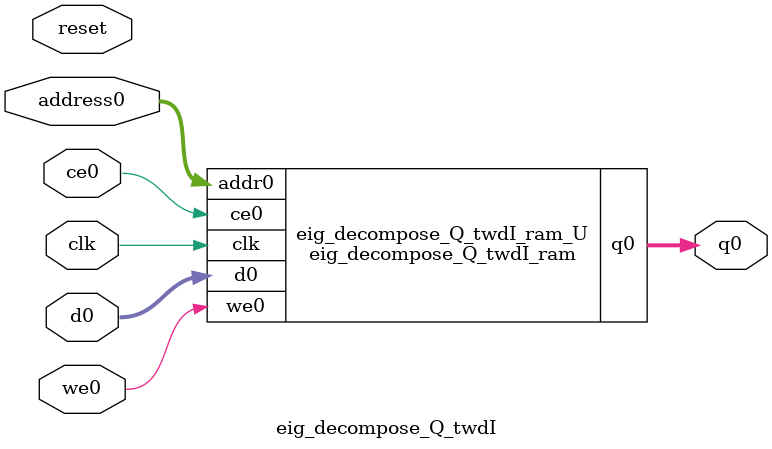
<source format=v>
`timescale 1 ns / 1 ps
module eig_decompose_Q_twdI_ram (addr0, ce0, d0, we0, q0,  clk);

parameter DWIDTH = 32;
parameter AWIDTH = 4;
parameter MEM_SIZE = 16;

input[AWIDTH-1:0] addr0;
input ce0;
input[DWIDTH-1:0] d0;
input we0;
output reg[DWIDTH-1:0] q0;
input clk;

(* ram_style = "distributed" *)reg [DWIDTH-1:0] ram[0:MEM_SIZE-1];




always @(posedge clk)  
begin 
    if (ce0) 
    begin
        if (we0) 
        begin 
            ram[addr0] <= d0; 
        end 
        q0 <= ram[addr0];
    end
end


endmodule

`timescale 1 ns / 1 ps
module eig_decompose_Q_twdI(
    reset,
    clk,
    address0,
    ce0,
    we0,
    d0,
    q0);

parameter DataWidth = 32'd32;
parameter AddressRange = 32'd16;
parameter AddressWidth = 32'd4;
input reset;
input clk;
input[AddressWidth - 1:0] address0;
input ce0;
input we0;
input[DataWidth - 1:0] d0;
output[DataWidth - 1:0] q0;



eig_decompose_Q_twdI_ram eig_decompose_Q_twdI_ram_U(
    .clk( clk ),
    .addr0( address0 ),
    .ce0( ce0 ),
    .we0( we0 ),
    .d0( d0 ),
    .q0( q0 ));

endmodule


</source>
